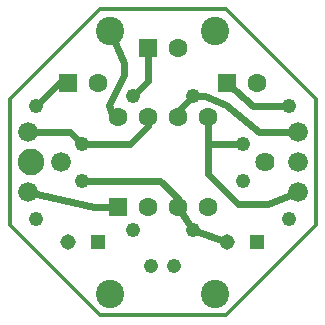
<source format=gtl>
G75*
G70*
%OFA0B0*%
%FSLAX24Y24*%
%IPPOS*%
%LPD*%
%AMOC8*
5,1,8,0,0,1.08239X$1,22.5*
%
%ADD10C,0.0120*%
%ADD11R,0.0516X0.0516*%
%ADD12C,0.0516*%
%ADD13R,0.0630X0.0630*%
%ADD14C,0.0630*%
%ADD15C,0.0490*%
%ADD16C,0.0885*%
%ADD17C,0.0640*%
%ADD18C,0.0476*%
%ADD19C,0.0660*%
%ADD20C,0.0945*%
%ADD21C,0.0240*%
D10*
X003163Y009497D02*
X000163Y012497D01*
X000163Y016697D01*
X003163Y019697D01*
X007363Y019697D01*
X010363Y016697D01*
X010363Y012497D01*
X007363Y009497D01*
X003163Y009497D01*
D11*
X003113Y011947D03*
X008413Y011947D03*
D12*
X007413Y011947D03*
X002113Y011947D03*
D13*
X003763Y013097D03*
X002113Y017247D03*
X004763Y018397D03*
X007413Y017247D03*
D14*
X006763Y016097D03*
X005763Y016097D03*
X004763Y016097D03*
X003763Y016097D03*
X003113Y017247D03*
X004763Y013097D03*
X005763Y013097D03*
X006763Y013097D03*
X008413Y017247D03*
X005763Y018397D03*
D15*
X006263Y016797D03*
X007947Y015204D03*
X007947Y013990D03*
X009479Y012704D03*
X009479Y016490D03*
X006263Y012357D03*
X004263Y012357D03*
X002579Y013990D03*
X002579Y015204D03*
X001047Y016490D03*
X001047Y012704D03*
X004263Y016797D03*
D16*
X000863Y014597D03*
D17*
X008663Y014597D03*
D18*
X005637Y011161D03*
X004889Y011161D03*
D19*
X001863Y014597D03*
X000763Y015597D03*
X000763Y013597D03*
X009763Y013597D03*
X009763Y014597D03*
X009763Y015597D03*
D20*
X007013Y018977D03*
X003513Y018977D03*
X003513Y010217D03*
X007013Y010217D03*
D21*
X007413Y011947D02*
X006263Y012357D01*
X005763Y013097D01*
X005763Y013397D01*
X005171Y013990D01*
X002579Y013990D01*
X002963Y013097D02*
X000763Y013597D01*
X000763Y015597D02*
X002187Y015597D01*
X002579Y015204D01*
X004171Y015204D01*
X004763Y015797D01*
X004763Y016097D01*
X004263Y016797D02*
X004763Y017297D01*
X004763Y018397D01*
X003963Y017927D02*
X003963Y017497D01*
X003463Y016497D01*
X003563Y016197D01*
X003763Y016097D01*
X003963Y017927D02*
X003513Y018977D01*
X002113Y017247D02*
X001805Y017247D01*
X001047Y016490D01*
X002963Y013097D02*
X003763Y013097D01*
X005763Y016097D02*
X005763Y016297D01*
X006263Y016797D01*
X006663Y016797D01*
X007363Y016497D01*
X008463Y015597D01*
X009763Y015597D01*
X009479Y016490D02*
X008271Y016490D01*
X007413Y017247D01*
X006763Y016097D02*
X006763Y015197D01*
X006771Y015204D01*
X007947Y015204D01*
X006763Y014197D02*
X007763Y013197D01*
X008763Y013197D01*
X009763Y013597D01*
X006763Y014197D02*
X006763Y015197D01*
M02*

</source>
